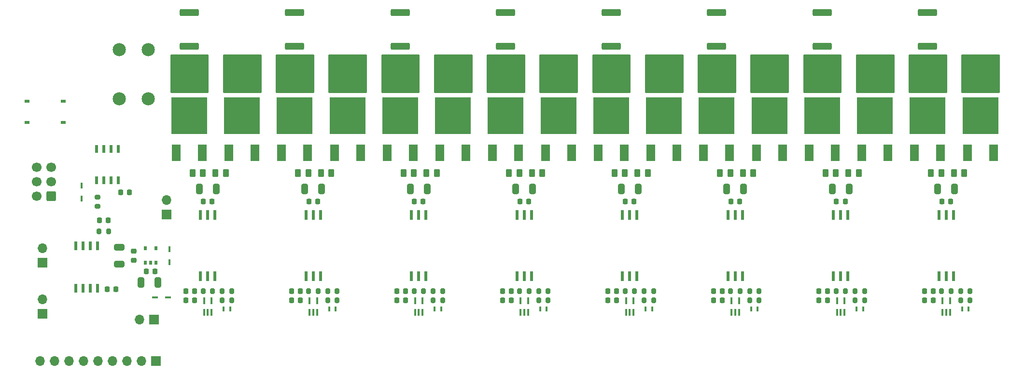
<source format=gts>
G04 #@! TF.GenerationSoftware,KiCad,Pcbnew,8.0.5*
G04 #@! TF.CreationDate,2024-10-30T13:21:30-05:00*
G04 #@! TF.ProjectId,bidirectional_load_switch,62696469-7265-4637-9469-6f6e616c5f6c,0.2.0*
G04 #@! TF.SameCoordinates,Original*
G04 #@! TF.FileFunction,Soldermask,Top*
G04 #@! TF.FilePolarity,Negative*
%FSLAX46Y46*%
G04 Gerber Fmt 4.6, Leading zero omitted, Abs format (unit mm)*
G04 Created by KiCad (PCBNEW 8.0.5) date 2024-10-30 13:21:30*
%MOMM*%
%LPD*%
G01*
G04 APERTURE LIST*
G04 Aperture macros list*
%AMRoundRect*
0 Rectangle with rounded corners*
0 $1 Rounding radius*
0 $2 $3 $4 $5 $6 $7 $8 $9 X,Y pos of 4 corners*
0 Add a 4 corners polygon primitive as box body*
4,1,4,$2,$3,$4,$5,$6,$7,$8,$9,$2,$3,0*
0 Add four circle primitives for the rounded corners*
1,1,$1+$1,$2,$3*
1,1,$1+$1,$4,$5*
1,1,$1+$1,$6,$7*
1,1,$1+$1,$8,$9*
0 Add four rect primitives between the rounded corners*
20,1,$1+$1,$2,$3,$4,$5,0*
20,1,$1+$1,$4,$5,$6,$7,0*
20,1,$1+$1,$6,$7,$8,$9,0*
20,1,$1+$1,$8,$9,$2,$3,0*%
G04 Aperture macros list end*
%ADD10C,0.254000*%
%ADD11RoundRect,0.200000X0.200000X0.275000X-0.200000X0.275000X-0.200000X-0.275000X0.200000X-0.275000X0*%
%ADD12R,0.558800X1.701800*%
%ADD13R,0.355600X1.168400*%
%ADD14RoundRect,0.250000X0.325000X0.650000X-0.325000X0.650000X-0.325000X-0.650000X0.325000X-0.650000X0*%
%ADD15RoundRect,0.250000X-1.425000X0.362500X-1.425000X-0.362500X1.425000X-0.362500X1.425000X0.362500X0*%
%ADD16R,1.700000X1.700000*%
%ADD17O,1.700000X1.700000*%
%ADD18RoundRect,0.225000X0.225000X0.250000X-0.225000X0.250000X-0.225000X-0.250000X0.225000X-0.250000X0*%
%ADD19RoundRect,0.250000X-0.325000X-0.650000X0.325000X-0.650000X0.325000X0.650000X-0.325000X0.650000X0*%
%ADD20R,1.500000X2.900000*%
%ADD21R,6.300000X6.500000*%
%ADD22R,0.457200X0.812800*%
%ADD23RoundRect,0.200000X-0.275000X0.200000X-0.275000X-0.200000X0.275000X-0.200000X0.275000X0.200000X0*%
%ADD24R,0.533400X1.574800*%
%ADD25RoundRect,0.250000X-0.262500X-0.450000X0.262500X-0.450000X0.262500X0.450000X-0.262500X0.450000X0*%
%ADD26RoundRect,0.200000X-0.200000X-0.275000X0.200000X-0.275000X0.200000X0.275000X-0.200000X0.275000X0*%
%ADD27RoundRect,0.225000X-0.225000X-0.250000X0.225000X-0.250000X0.225000X0.250000X-0.225000X0.250000X0*%
%ADD28RoundRect,0.250000X0.600000X0.600000X-0.600000X0.600000X-0.600000X-0.600000X0.600000X-0.600000X0*%
%ADD29C,1.700000*%
%ADD30RoundRect,0.250000X0.262500X0.450000X-0.262500X0.450000X-0.262500X-0.450000X0.262500X-0.450000X0*%
%ADD31R,0.952500X0.558800*%
%ADD32R,0.450800X1.111200*%
%ADD33R,0.558800X1.460500*%
%ADD34RoundRect,0.225000X-0.250000X0.225000X-0.250000X-0.225000X0.250000X-0.225000X0.250000X0.225000X0*%
%ADD35R,1.111200X0.450800*%
%ADD36C,2.304000*%
%ADD37R,0.549999X0.800001*%
%ADD38RoundRect,0.250000X-0.650000X0.325000X-0.650000X-0.325000X0.650000X-0.325000X0.650000X0.325000X0*%
G04 APERTURE END LIST*
D10*
X191550000Y-70300000D02*
X198050000Y-70300000D01*
X198050000Y-76800000D01*
X191550000Y-76800000D01*
X191550000Y-70300000D01*
G36*
X191550000Y-70300000D02*
G01*
X198050000Y-70300000D01*
X198050000Y-76800000D01*
X191550000Y-76800000D01*
X191550000Y-70300000D01*
G37*
X99050000Y-70300000D02*
X105550000Y-70300000D01*
X105550000Y-76800000D01*
X99050000Y-76800000D01*
X99050000Y-70300000D01*
G36*
X99050000Y-70300000D02*
G01*
X105550000Y-70300000D01*
X105550000Y-76800000D01*
X99050000Y-76800000D01*
X99050000Y-70300000D01*
G37*
X200800000Y-70300000D02*
X207300000Y-70300000D01*
X207300000Y-76800000D01*
X200800000Y-76800000D01*
X200800000Y-70300000D01*
G36*
X200800000Y-70300000D02*
G01*
X207300000Y-70300000D01*
X207300000Y-76800000D01*
X200800000Y-76800000D01*
X200800000Y-70300000D01*
G37*
X145300000Y-70300000D02*
X151800000Y-70300000D01*
X151800000Y-76800000D01*
X145300000Y-76800000D01*
X145300000Y-70300000D01*
G36*
X145300000Y-70300000D02*
G01*
X151800000Y-70300000D01*
X151800000Y-76800000D01*
X145300000Y-76800000D01*
X145300000Y-70300000D01*
G37*
X173050000Y-70300000D02*
X179550000Y-70300000D01*
X179550000Y-76800000D01*
X173050000Y-76800000D01*
X173050000Y-70300000D01*
G36*
X173050000Y-70300000D02*
G01*
X179550000Y-70300000D01*
X179550000Y-76800000D01*
X173050000Y-76800000D01*
X173050000Y-70300000D01*
G37*
X136050000Y-70300000D02*
X142550000Y-70300000D01*
X142550000Y-76800000D01*
X136050000Y-76800000D01*
X136050000Y-70300000D01*
G36*
X136050000Y-70300000D02*
G01*
X142550000Y-70300000D01*
X142550000Y-76800000D01*
X136050000Y-76800000D01*
X136050000Y-70300000D01*
G37*
X182300000Y-70300000D02*
X188800000Y-70300000D01*
X188800000Y-76800000D01*
X182300000Y-76800000D01*
X182300000Y-70300000D01*
G36*
X182300000Y-70300000D02*
G01*
X188800000Y-70300000D01*
X188800000Y-76800000D01*
X182300000Y-76800000D01*
X182300000Y-70300000D01*
G37*
X89800000Y-70300000D02*
X96300000Y-70300000D01*
X96300000Y-76800000D01*
X89800000Y-76800000D01*
X89800000Y-70300000D01*
G36*
X89800000Y-70300000D02*
G01*
X96300000Y-70300000D01*
X96300000Y-76800000D01*
X89800000Y-76800000D01*
X89800000Y-70300000D01*
G37*
X126800000Y-70300000D02*
X133300000Y-70300000D01*
X133300000Y-76800000D01*
X126800000Y-76800000D01*
X126800000Y-70300000D01*
G36*
X126800000Y-70300000D02*
G01*
X133300000Y-70300000D01*
X133300000Y-76800000D01*
X126800000Y-76800000D01*
X126800000Y-70300000D01*
G37*
X117550000Y-70300000D02*
X124050000Y-70300000D01*
X124050000Y-76800000D01*
X117550000Y-76800000D01*
X117550000Y-70300000D01*
G36*
X117550000Y-70300000D02*
G01*
X124050000Y-70300000D01*
X124050000Y-76800000D01*
X117550000Y-76800000D01*
X117550000Y-70300000D01*
G37*
X219300000Y-70300000D02*
X225800000Y-70300000D01*
X225800000Y-76800000D01*
X219300000Y-76800000D01*
X219300000Y-70300000D01*
G36*
X219300000Y-70300000D02*
G01*
X225800000Y-70300000D01*
X225800000Y-76800000D01*
X219300000Y-76800000D01*
X219300000Y-70300000D01*
G37*
X163800000Y-70300000D02*
X170300000Y-70300000D01*
X170300000Y-76800000D01*
X163800000Y-76800000D01*
X163800000Y-70300000D01*
G36*
X163800000Y-70300000D02*
G01*
X170300000Y-70300000D01*
X170300000Y-76800000D01*
X163800000Y-76800000D01*
X163800000Y-70300000D01*
G37*
X210050000Y-70300000D02*
X216550000Y-70300000D01*
X216550000Y-76800000D01*
X210050000Y-76800000D01*
X210050000Y-70300000D01*
G36*
X210050000Y-70300000D02*
G01*
X216550000Y-70300000D01*
X216550000Y-76800000D01*
X210050000Y-76800000D01*
X210050000Y-70300000D01*
G37*
X108300000Y-70300000D02*
X114800000Y-70300000D01*
X114800000Y-76800000D01*
X108300000Y-76800000D01*
X108300000Y-70300000D01*
G36*
X108300000Y-70300000D02*
G01*
X114800000Y-70300000D01*
X114800000Y-76800000D01*
X108300000Y-76800000D01*
X108300000Y-70300000D01*
G37*
X154550000Y-70300000D02*
X161050000Y-70300000D01*
X161050000Y-76800000D01*
X154550000Y-76800000D01*
X154550000Y-70300000D01*
G36*
X154550000Y-70300000D02*
G01*
X161050000Y-70300000D01*
X161050000Y-76800000D01*
X154550000Y-76800000D01*
X154550000Y-70300000D01*
G37*
X228550000Y-70300000D02*
X235050000Y-70300000D01*
X235050000Y-76800000D01*
X228550000Y-76800000D01*
X228550000Y-70300000D01*
G36*
X228550000Y-70300000D02*
G01*
X235050000Y-70300000D01*
X235050000Y-76800000D01*
X228550000Y-76800000D01*
X228550000Y-70300000D01*
G37*
D11*
X100475000Y-111800000D03*
X98825000Y-111800000D03*
X152625000Y-111800000D03*
X150975000Y-111800000D03*
D12*
X206030000Y-109184800D03*
X207300000Y-109184800D03*
X208570000Y-109184800D03*
X208570000Y-98415200D03*
X207300000Y-98415200D03*
X206030000Y-98415200D03*
D13*
X225150001Y-115541400D03*
X225800000Y-115541400D03*
X226449999Y-115541400D03*
X226449999Y-113458600D03*
X225150001Y-113458600D03*
D14*
X87524998Y-110275001D03*
X84574998Y-110275001D03*
D15*
X148550000Y-62837500D03*
X148550000Y-68762500D03*
D16*
X67300000Y-106800000D03*
D17*
X67300000Y-104260000D03*
D18*
X186525000Y-113400000D03*
X184975000Y-113400000D03*
D19*
X224325000Y-93800000D03*
X227275000Y-93800000D03*
D20*
X118514000Y-87450000D03*
D21*
X120800000Y-80950000D03*
D20*
X123086000Y-87450000D03*
D22*
X229721500Y-114950000D03*
X228578500Y-114950000D03*
D20*
X192514000Y-87450000D03*
D21*
X194800000Y-80950000D03*
D20*
X197086000Y-87450000D03*
D18*
X112525000Y-113400000D03*
X110975000Y-113400000D03*
D23*
X76950000Y-95275000D03*
X76950000Y-96925000D03*
D24*
X76955000Y-103854300D03*
X75685000Y-103854300D03*
X74415000Y-103854300D03*
X73145000Y-103854300D03*
X73145000Y-111245700D03*
X74415000Y-111245700D03*
X75685000Y-111245700D03*
X76955000Y-111245700D03*
D25*
X227137500Y-91050000D03*
X228962500Y-91050000D03*
X153137500Y-91050000D03*
X154962500Y-91050000D03*
D26*
X172825000Y-113400000D03*
X174475000Y-113400000D03*
D22*
X155721500Y-114950000D03*
X154578500Y-114950000D03*
D27*
X169525000Y-96050000D03*
X171075000Y-96050000D03*
D25*
X171637500Y-91050000D03*
X173462500Y-91050000D03*
D26*
X228325000Y-113400000D03*
X229975000Y-113400000D03*
D11*
X189625000Y-111800000D03*
X187975000Y-111800000D03*
D27*
X225025000Y-96050000D03*
X226575000Y-96050000D03*
D11*
X226625000Y-111800000D03*
X224975000Y-111800000D03*
D27*
X151025000Y-96050000D03*
X152575000Y-96050000D03*
D19*
X187325000Y-93800000D03*
X190275000Y-93800000D03*
D16*
X86900000Y-116800000D03*
D17*
X84360000Y-116800000D03*
D18*
X131025000Y-113400000D03*
X129475000Y-113400000D03*
X94025000Y-111800000D03*
X92475000Y-111800000D03*
D15*
X93050000Y-62837500D03*
X93050000Y-68762500D03*
D11*
X208125000Y-111800000D03*
X206475000Y-111800000D03*
D19*
X205825000Y-93800000D03*
X208775000Y-93800000D03*
D25*
X208637500Y-91050000D03*
X210462500Y-91050000D03*
D20*
X164764000Y-87500000D03*
D21*
X167050000Y-81000000D03*
D20*
X169336000Y-87500000D03*
X220264000Y-87500000D03*
D21*
X222550000Y-81000000D03*
D20*
X224836000Y-87500000D03*
D25*
X116137500Y-91050000D03*
X117962500Y-91050000D03*
D28*
X68802500Y-95095000D03*
D29*
X66262500Y-95095000D03*
X68802500Y-92555000D03*
X66262500Y-92555000D03*
X68802500Y-90015000D03*
X66262500Y-90015000D03*
D26*
X117325000Y-113400000D03*
X118975000Y-113400000D03*
D30*
X206462500Y-91050000D03*
X204637500Y-91050000D03*
D22*
X192721500Y-114950000D03*
X191578500Y-114950000D03*
D12*
X95030000Y-109184800D03*
X96300000Y-109184800D03*
X97570000Y-109184800D03*
X97570000Y-98415200D03*
X96300000Y-98415200D03*
X95030000Y-98415200D03*
D18*
X223525000Y-111800000D03*
X221975000Y-111800000D03*
D12*
X113530000Y-109184800D03*
X114800000Y-109184800D03*
X116070000Y-109184800D03*
X116070000Y-98415200D03*
X114800000Y-98415200D03*
X113530000Y-98415200D03*
D18*
X149525000Y-111800000D03*
X147975000Y-111800000D03*
D26*
X154325000Y-113400000D03*
X155975000Y-113400000D03*
D16*
X67300000Y-115800000D03*
D17*
X67300000Y-113260000D03*
D30*
X187962500Y-91050000D03*
X186137500Y-91050000D03*
D12*
X169030000Y-109184800D03*
X170300000Y-109184800D03*
X171570000Y-109184800D03*
X171570000Y-98415200D03*
X170300000Y-98415200D03*
X169030000Y-98415200D03*
D11*
X78875000Y-101300000D03*
X77225000Y-101300000D03*
X211475000Y-111800000D03*
X209825000Y-111800000D03*
D31*
X64618650Y-78445800D03*
X64618650Y-82154200D03*
X70981350Y-82154200D03*
X70981350Y-78445800D03*
D20*
X146264000Y-87500000D03*
D21*
X148550000Y-81000000D03*
D20*
X150836000Y-87500000D03*
D27*
X188025000Y-96050000D03*
X189575000Y-96050000D03*
D15*
X111550000Y-62837500D03*
X111550000Y-68762500D03*
D26*
X135825000Y-113400000D03*
X137475000Y-113400000D03*
D11*
X171125000Y-111800000D03*
X169475000Y-111800000D03*
D30*
X132462500Y-91050000D03*
X130637500Y-91050000D03*
D20*
X137014000Y-87450000D03*
D21*
X139300000Y-80950000D03*
D20*
X141586000Y-87450000D03*
D15*
X185550000Y-62837500D03*
X185550000Y-68762500D03*
D25*
X190137500Y-91050000D03*
X191962500Y-91050000D03*
D32*
X74150000Y-95550000D03*
X74150000Y-93250000D03*
D22*
X118721500Y-114950000D03*
X117578500Y-114950000D03*
D11*
X192975000Y-111800000D03*
X191325000Y-111800000D03*
X229975000Y-111800000D03*
X228325000Y-111800000D03*
D12*
X150530000Y-109184800D03*
X151800000Y-109184800D03*
X153070000Y-109184800D03*
X153070000Y-98415200D03*
X151800000Y-98415200D03*
X150530000Y-98415200D03*
D16*
X89050000Y-98300000D03*
D17*
X89050000Y-95760000D03*
D18*
X149525000Y-113400000D03*
X147975000Y-113400000D03*
D20*
X174014000Y-87450000D03*
D21*
X176300000Y-80950000D03*
D20*
X178586000Y-87450000D03*
D25*
X97637500Y-91050000D03*
X99462500Y-91050000D03*
D20*
X127764000Y-87500000D03*
D21*
X130050000Y-81000000D03*
D20*
X132336000Y-87500000D03*
D18*
X131025000Y-111800000D03*
X129475000Y-111800000D03*
D33*
X80605000Y-86825850D03*
X79335000Y-86825850D03*
X78065000Y-86825850D03*
X76795000Y-86825850D03*
X76795000Y-92274150D03*
X78065000Y-92274150D03*
X79335000Y-92274150D03*
X80605000Y-92274150D03*
D26*
X98825000Y-113400000D03*
X100475000Y-113400000D03*
D34*
X83299998Y-104800001D03*
X83299998Y-106350001D03*
D27*
X206525000Y-96050000D03*
X208075000Y-96050000D03*
D13*
X169650001Y-115541400D03*
X170300000Y-115541400D03*
X170949999Y-115541400D03*
X170949999Y-113458600D03*
X169650001Y-113458600D03*
D20*
X183264000Y-87500000D03*
D21*
X185550000Y-81000000D03*
D20*
X187836000Y-87500000D03*
D18*
X168025000Y-111800000D03*
X166475000Y-111800000D03*
D25*
X134637500Y-91050000D03*
X136462500Y-91050000D03*
D27*
X81025000Y-94450000D03*
X82575000Y-94450000D03*
D20*
X229514000Y-87450000D03*
D21*
X231800000Y-80950000D03*
D20*
X234086000Y-87450000D03*
D30*
X95462500Y-91050000D03*
X93637500Y-91050000D03*
D12*
X132030000Y-109184800D03*
X133300000Y-109184800D03*
X134570000Y-109184800D03*
X134570000Y-98415200D03*
X133300000Y-98415200D03*
X132030000Y-98415200D03*
D20*
X201764000Y-87500000D03*
D21*
X204050000Y-81000000D03*
D20*
X206336000Y-87500000D03*
D11*
X174475000Y-111800000D03*
X172825000Y-111800000D03*
X97125000Y-111800000D03*
X95475000Y-111800000D03*
X115625000Y-111800000D03*
X113975000Y-111800000D03*
D35*
X89350000Y-112900000D03*
X87050000Y-112900000D03*
D12*
X187530000Y-109184800D03*
X188800000Y-109184800D03*
X190070000Y-109184800D03*
X190070000Y-98415200D03*
X188800000Y-98415200D03*
X187530000Y-98415200D03*
D22*
X174221500Y-114950000D03*
X173078500Y-114950000D03*
D18*
X205025000Y-113400000D03*
X203475000Y-113400000D03*
D30*
X169462500Y-91050000D03*
X167637500Y-91050000D03*
D13*
X114150001Y-115541400D03*
X114800000Y-115541400D03*
X115449999Y-115541400D03*
X115449999Y-113458600D03*
X114150001Y-113458600D03*
D16*
X87180000Y-124100000D03*
D17*
X84640000Y-124100000D03*
X82100000Y-124100000D03*
X79560000Y-124100000D03*
X77020000Y-124100000D03*
X74480000Y-124100000D03*
X71940000Y-124100000D03*
X69400000Y-124100000D03*
X66860000Y-124100000D03*
D22*
X211221500Y-114950000D03*
X210078500Y-114950000D03*
D26*
X209825000Y-113400000D03*
X211475000Y-113400000D03*
D15*
X130050000Y-62837500D03*
X130050000Y-68762500D03*
D11*
X118975000Y-111800000D03*
X117325000Y-111800000D03*
D13*
X95650001Y-115541400D03*
X96300000Y-115541400D03*
X96949999Y-115541400D03*
X96949999Y-113458600D03*
X95650001Y-113458600D03*
D12*
X224530000Y-109184800D03*
X225800000Y-109184800D03*
X227070000Y-109184800D03*
X227070000Y-98415200D03*
X225800000Y-98415200D03*
X224530000Y-98415200D03*
D26*
X191325000Y-113400000D03*
X192975000Y-113400000D03*
D18*
X205025000Y-111800000D03*
X203475000Y-111800000D03*
D36*
X80760000Y-78037500D03*
X85840000Y-78037500D03*
X80760000Y-69337500D03*
X85840000Y-69337500D03*
D19*
X150325000Y-93800000D03*
X153275000Y-93800000D03*
D20*
X211014000Y-87450000D03*
D21*
X213300000Y-80950000D03*
D20*
X215586000Y-87450000D03*
D19*
X113325000Y-93800000D03*
X116275000Y-93800000D03*
D13*
X206650001Y-115541400D03*
X207300000Y-115541400D03*
X207949999Y-115541400D03*
X207949999Y-113458600D03*
X206650001Y-113458600D03*
D18*
X112525000Y-111800000D03*
X110975000Y-111800000D03*
D27*
X77275000Y-99300000D03*
X78825000Y-99300000D03*
D37*
X85349999Y-106825001D03*
X86300000Y-106825001D03*
X87249998Y-106825001D03*
X87249998Y-104275001D03*
X85349999Y-104275001D03*
D13*
X188150001Y-115541400D03*
X188800000Y-115541400D03*
X189449999Y-115541400D03*
X189449999Y-113458600D03*
X188150001Y-113458600D03*
D11*
X137475000Y-111800000D03*
X135825000Y-111800000D03*
D19*
X131825000Y-93800000D03*
X134775000Y-93800000D03*
D18*
X87074998Y-108275001D03*
X85524998Y-108275001D03*
X223525000Y-113400000D03*
X221975000Y-113400000D03*
X168025000Y-113400000D03*
X166475000Y-113400000D03*
D13*
X151150001Y-115541400D03*
X151800000Y-115541400D03*
X152449999Y-115541400D03*
X152449999Y-113458600D03*
X151150001Y-113458600D03*
D19*
X94825000Y-93800000D03*
X97775000Y-93800000D03*
D11*
X155975000Y-111800000D03*
X154325000Y-111800000D03*
D30*
X224962500Y-91050000D03*
X223137500Y-91050000D03*
D32*
X89549998Y-106725001D03*
X89549998Y-104425001D03*
D19*
X168825000Y-93800000D03*
X171775000Y-93800000D03*
D15*
X167050000Y-62837500D03*
X167050000Y-68762500D03*
D11*
X134125000Y-111800000D03*
X132475000Y-111800000D03*
D20*
X155514000Y-87450000D03*
D21*
X157800000Y-80950000D03*
D20*
X160086000Y-87450000D03*
D38*
X80799998Y-104100001D03*
X80799998Y-107050001D03*
D22*
X137221500Y-114950000D03*
X136078500Y-114950000D03*
D15*
X204050000Y-62837500D03*
X204050000Y-68762500D03*
D18*
X94025000Y-113400000D03*
X92475000Y-113400000D03*
D30*
X150962500Y-91050000D03*
X149137500Y-91050000D03*
D27*
X95525000Y-96050000D03*
X97075000Y-96050000D03*
D20*
X109264000Y-87500000D03*
D21*
X111550000Y-81000000D03*
D20*
X113836000Y-87500000D03*
D13*
X132650001Y-115541400D03*
X133300000Y-115541400D03*
X133949999Y-115541400D03*
X133949999Y-113458600D03*
X132650001Y-113458600D03*
D15*
X222550000Y-62837500D03*
X222550000Y-68762500D03*
D18*
X186525000Y-111800000D03*
X184975000Y-111800000D03*
D27*
X132525000Y-96050000D03*
X134075000Y-96050000D03*
D30*
X113962500Y-91050000D03*
X112137500Y-91050000D03*
D22*
X100221500Y-114950000D03*
X99078500Y-114950000D03*
D27*
X78625000Y-111450000D03*
X80175000Y-111450000D03*
X114025000Y-96050000D03*
X115575000Y-96050000D03*
D20*
X100014000Y-87450000D03*
D21*
X102300000Y-80950000D03*
D20*
X104586000Y-87450000D03*
X90764000Y-87500000D03*
D21*
X93050000Y-81000000D03*
D20*
X95336000Y-87500000D03*
M02*

</source>
